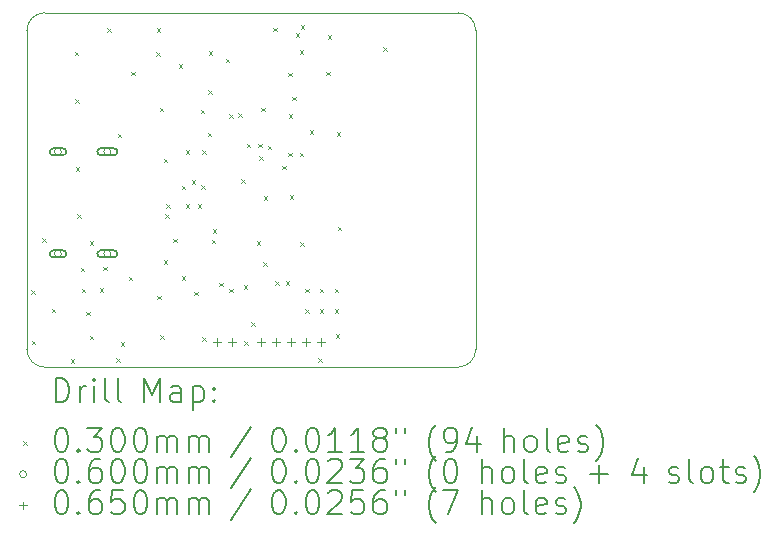
<source format=gbr>
%TF.GenerationSoftware,KiCad,Pcbnew,(7.0.0-0)*%
%TF.CreationDate,2023-03-07T12:57:03-05:00*%
%TF.ProjectId,Spatial Sense Module,53706174-6961-46c2-9053-656e7365204d,rev?*%
%TF.SameCoordinates,Original*%
%TF.FileFunction,Drillmap*%
%TF.FilePolarity,Positive*%
%FSLAX45Y45*%
G04 Gerber Fmt 4.5, Leading zero omitted, Abs format (unit mm)*
G04 Created by KiCad (PCBNEW (7.0.0-0)) date 2023-03-07 12:57:03*
%MOMM*%
%LPD*%
G01*
G04 APERTURE LIST*
%ADD10C,0.050000*%
%ADD11C,0.200000*%
%ADD12C,0.030000*%
%ADD13C,0.060000*%
%ADD14C,0.065000*%
G04 APERTURE END LIST*
D10*
X17850000Y-12250000D02*
X21350000Y-12250000D01*
X17850000Y-12250000D02*
G75*
G03*
X17700000Y-12400000I0J-150000D01*
G01*
X21350000Y-15250000D02*
X17850000Y-15250000D01*
X21500000Y-12400000D02*
X21500000Y-15100000D01*
X21500000Y-12400000D02*
G75*
G03*
X21350000Y-12250000I-150000J0D01*
G01*
X17700000Y-15100000D02*
X17700000Y-12400000D01*
X17700000Y-15100000D02*
G75*
G03*
X17850000Y-15250000I150000J0D01*
G01*
X21350000Y-15250000D02*
G75*
G03*
X21500000Y-15100000I0J150000D01*
G01*
D11*
D12*
X17735000Y-14600000D02*
X17765000Y-14630000D01*
X17765000Y-14600000D02*
X17735000Y-14630000D01*
X17740000Y-15025000D02*
X17770000Y-15055000D01*
X17770000Y-15025000D02*
X17740000Y-15055000D01*
X17830000Y-14160000D02*
X17860000Y-14190000D01*
X17860000Y-14160000D02*
X17830000Y-14190000D01*
X17910000Y-14755000D02*
X17940000Y-14785000D01*
X17940000Y-14755000D02*
X17910000Y-14785000D01*
X18070000Y-15185000D02*
X18100000Y-15215000D01*
X18100000Y-15185000D02*
X18070000Y-15215000D01*
X18105000Y-12580000D02*
X18135000Y-12610000D01*
X18135000Y-12580000D02*
X18105000Y-12610000D01*
X18110000Y-12980000D02*
X18140000Y-13010000D01*
X18140000Y-12980000D02*
X18110000Y-13010000D01*
X18115000Y-13560000D02*
X18145000Y-13590000D01*
X18145000Y-13560000D02*
X18115000Y-13590000D01*
X18125000Y-13955000D02*
X18155000Y-13985000D01*
X18155000Y-13955000D02*
X18125000Y-13985000D01*
X18155000Y-14410000D02*
X18185000Y-14440000D01*
X18185000Y-14410000D02*
X18155000Y-14440000D01*
X18165000Y-14587500D02*
X18195000Y-14617500D01*
X18195000Y-14587500D02*
X18165000Y-14617500D01*
X18200000Y-14780000D02*
X18230000Y-14810000D01*
X18230000Y-14780000D02*
X18200000Y-14810000D01*
X18230000Y-14185000D02*
X18260000Y-14215000D01*
X18260000Y-14185000D02*
X18230000Y-14215000D01*
X18230000Y-14985000D02*
X18260000Y-15015000D01*
X18260000Y-14985000D02*
X18230000Y-15015000D01*
X18315000Y-14582500D02*
X18345000Y-14612500D01*
X18345000Y-14582500D02*
X18315000Y-14612500D01*
X18345000Y-14400000D02*
X18375000Y-14430000D01*
X18375000Y-14400000D02*
X18345000Y-14430000D01*
X18380000Y-12380000D02*
X18410000Y-12410000D01*
X18410000Y-12380000D02*
X18380000Y-12410000D01*
X18455000Y-15175000D02*
X18485000Y-15205000D01*
X18485000Y-15175000D02*
X18455000Y-15205000D01*
X18470000Y-13275000D02*
X18500000Y-13305000D01*
X18500000Y-13275000D02*
X18470000Y-13305000D01*
X18492500Y-15037500D02*
X18522500Y-15067500D01*
X18522500Y-15037500D02*
X18492500Y-15067500D01*
X18560000Y-14485000D02*
X18590000Y-14515000D01*
X18590000Y-14485000D02*
X18560000Y-14515000D01*
X18585000Y-12750000D02*
X18615000Y-12780000D01*
X18615000Y-12750000D02*
X18585000Y-12780000D01*
X18795000Y-12585000D02*
X18825000Y-12615000D01*
X18825000Y-12585000D02*
X18795000Y-12615000D01*
X18800000Y-12380000D02*
X18830000Y-12410000D01*
X18830000Y-12380000D02*
X18800000Y-12410000D01*
X18805000Y-14645000D02*
X18835000Y-14675000D01*
X18835000Y-14645000D02*
X18805000Y-14675000D01*
X18825000Y-13055000D02*
X18855000Y-13085000D01*
X18855000Y-13055000D02*
X18825000Y-13085000D01*
X18830000Y-14982500D02*
X18860000Y-15012500D01*
X18860000Y-14982500D02*
X18830000Y-15012500D01*
X18860000Y-13485000D02*
X18890000Y-13515000D01*
X18890000Y-13485000D02*
X18860000Y-13515000D01*
X18860000Y-14345000D02*
X18890000Y-14375000D01*
X18890000Y-14345000D02*
X18860000Y-14375000D01*
X18870000Y-13955000D02*
X18900000Y-13985000D01*
X18900000Y-13955000D02*
X18870000Y-13985000D01*
X18880000Y-13870000D02*
X18910000Y-13900000D01*
X18910000Y-13870000D02*
X18880000Y-13900000D01*
X18940000Y-14162500D02*
X18970000Y-14192500D01*
X18970000Y-14162500D02*
X18940000Y-14192500D01*
X18985000Y-12685000D02*
X19015000Y-12715000D01*
X19015000Y-12685000D02*
X18985000Y-12715000D01*
X19010000Y-13715000D02*
X19040000Y-13745000D01*
X19040000Y-13715000D02*
X19010000Y-13745000D01*
X19010000Y-14480000D02*
X19040000Y-14510000D01*
X19040000Y-14480000D02*
X19010000Y-14510000D01*
X19045000Y-13415000D02*
X19075000Y-13445000D01*
X19075000Y-13415000D02*
X19045000Y-13445000D01*
X19045000Y-13870000D02*
X19075000Y-13900000D01*
X19075000Y-13870000D02*
X19045000Y-13900000D01*
X19095000Y-13670000D02*
X19125000Y-13700000D01*
X19125000Y-13670000D02*
X19095000Y-13700000D01*
X19115000Y-14610000D02*
X19145000Y-14640000D01*
X19145000Y-14610000D02*
X19115000Y-14640000D01*
X19145000Y-13870000D02*
X19175000Y-13900000D01*
X19175000Y-13870000D02*
X19145000Y-13900000D01*
X19172500Y-13072500D02*
X19202500Y-13102500D01*
X19202500Y-13072500D02*
X19172500Y-13102500D01*
X19175000Y-13710000D02*
X19205000Y-13740000D01*
X19205000Y-13710000D02*
X19175000Y-13740000D01*
X19185000Y-13415000D02*
X19215000Y-13445000D01*
X19215000Y-13415000D02*
X19185000Y-13445000D01*
X19185000Y-14995000D02*
X19215000Y-15025000D01*
X19215000Y-14995000D02*
X19185000Y-15025000D01*
X19230000Y-13265000D02*
X19260000Y-13295000D01*
X19260000Y-13265000D02*
X19230000Y-13295000D01*
X19235000Y-12905000D02*
X19265000Y-12935000D01*
X19265000Y-12905000D02*
X19235000Y-12935000D01*
X19240000Y-12575000D02*
X19270000Y-12605000D01*
X19270000Y-12575000D02*
X19240000Y-12605000D01*
X19266038Y-14172643D02*
X19296038Y-14202643D01*
X19296038Y-14172643D02*
X19266038Y-14202643D01*
X19272500Y-14082500D02*
X19302500Y-14112500D01*
X19302500Y-14082500D02*
X19272500Y-14112500D01*
X19330000Y-14535000D02*
X19360000Y-14565000D01*
X19360000Y-14535000D02*
X19330000Y-14565000D01*
X19385000Y-12640000D02*
X19415000Y-12670000D01*
X19415000Y-12640000D02*
X19385000Y-12670000D01*
X19415000Y-13110000D02*
X19445000Y-13140000D01*
X19445000Y-13110000D02*
X19415000Y-13140000D01*
X19415000Y-14585000D02*
X19445000Y-14615000D01*
X19445000Y-14585000D02*
X19415000Y-14615000D01*
X19490000Y-13100000D02*
X19520000Y-13130000D01*
X19520000Y-13100000D02*
X19490000Y-13130000D01*
X19515000Y-13660000D02*
X19545000Y-13690000D01*
X19545000Y-13660000D02*
X19515000Y-13690000D01*
X19535000Y-14555000D02*
X19565000Y-14585000D01*
X19565000Y-14555000D02*
X19535000Y-14585000D01*
X19538000Y-15033000D02*
X19568000Y-15063000D01*
X19568000Y-15033000D02*
X19538000Y-15063000D01*
X19560000Y-13360000D02*
X19590000Y-13390000D01*
X19590000Y-13360000D02*
X19560000Y-13390000D01*
X19600000Y-14870000D02*
X19630000Y-14900000D01*
X19630000Y-14870000D02*
X19600000Y-14900000D01*
X19645000Y-14185000D02*
X19675000Y-14215000D01*
X19675000Y-14185000D02*
X19645000Y-14215000D01*
X19660000Y-13360000D02*
X19690000Y-13390000D01*
X19690000Y-13360000D02*
X19660000Y-13390000D01*
X19665000Y-13465000D02*
X19695000Y-13495000D01*
X19695000Y-13465000D02*
X19665000Y-13495000D01*
X19682500Y-13055000D02*
X19712500Y-13085000D01*
X19712500Y-13055000D02*
X19682500Y-13085000D01*
X19700000Y-14360000D02*
X19730000Y-14390000D01*
X19730000Y-14360000D02*
X19700000Y-14390000D01*
X19705000Y-13805000D02*
X19735000Y-13835000D01*
X19735000Y-13805000D02*
X19705000Y-13835000D01*
X19738712Y-13375742D02*
X19768712Y-13405742D01*
X19768712Y-13375742D02*
X19738712Y-13405742D01*
X19785000Y-12375000D02*
X19815000Y-12405000D01*
X19815000Y-12375000D02*
X19785000Y-12405000D01*
X19800000Y-14525000D02*
X19830000Y-14555000D01*
X19830000Y-14525000D02*
X19800000Y-14555000D01*
X19860000Y-13545000D02*
X19890000Y-13575000D01*
X19890000Y-13545000D02*
X19860000Y-13575000D01*
X19890000Y-14525000D02*
X19920000Y-14555000D01*
X19920000Y-14525000D02*
X19890000Y-14555000D01*
X19910000Y-12757500D02*
X19940000Y-12787500D01*
X19940000Y-12757500D02*
X19910000Y-12787500D01*
X19910000Y-13435000D02*
X19940000Y-13465000D01*
X19940000Y-13435000D02*
X19910000Y-13465000D01*
X19915000Y-13107350D02*
X19945000Y-13137350D01*
X19945000Y-13107350D02*
X19915000Y-13137350D01*
X19925000Y-13795000D02*
X19955000Y-13825000D01*
X19955000Y-13795000D02*
X19925000Y-13825000D01*
X19947500Y-12962500D02*
X19977500Y-12992500D01*
X19977500Y-12962500D02*
X19947500Y-12992500D01*
X19975000Y-12425000D02*
X20005000Y-12455000D01*
X20005000Y-12425000D02*
X19975000Y-12455000D01*
X20010000Y-12565000D02*
X20040000Y-12595000D01*
X20040000Y-12565000D02*
X20010000Y-12595000D01*
X20010000Y-13435000D02*
X20040000Y-13465000D01*
X20040000Y-13435000D02*
X20010000Y-13465000D01*
X20015000Y-14195000D02*
X20045000Y-14225000D01*
X20045000Y-14195000D02*
X20015000Y-14225000D01*
X20020000Y-12355000D02*
X20050000Y-12385000D01*
X20050000Y-12355000D02*
X20020000Y-12385000D01*
X20055000Y-14585000D02*
X20085000Y-14615000D01*
X20085000Y-14585000D02*
X20055000Y-14615000D01*
X20055000Y-14760000D02*
X20085000Y-14790000D01*
X20085000Y-14760000D02*
X20055000Y-14790000D01*
X20095000Y-13242500D02*
X20125000Y-13272500D01*
X20125000Y-13242500D02*
X20095000Y-13272500D01*
X20165000Y-15175000D02*
X20195000Y-15205000D01*
X20195000Y-15175000D02*
X20165000Y-15205000D01*
X20180000Y-14585000D02*
X20210000Y-14615000D01*
X20210000Y-14585000D02*
X20180000Y-14615000D01*
X20180000Y-14760000D02*
X20210000Y-14790000D01*
X20210000Y-14760000D02*
X20180000Y-14790000D01*
X20235000Y-12750000D02*
X20265000Y-12780000D01*
X20265000Y-12750000D02*
X20235000Y-12780000D01*
X20245000Y-12440000D02*
X20275000Y-12470000D01*
X20275000Y-12440000D02*
X20245000Y-12470000D01*
X20305000Y-14585000D02*
X20335000Y-14615000D01*
X20335000Y-14585000D02*
X20305000Y-14615000D01*
X20305000Y-14760000D02*
X20335000Y-14790000D01*
X20335000Y-14760000D02*
X20305000Y-14790000D01*
X20315000Y-14970000D02*
X20345000Y-15000000D01*
X20345000Y-14970000D02*
X20315000Y-15000000D01*
X20321000Y-13260000D02*
X20351000Y-13290000D01*
X20351000Y-13260000D02*
X20321000Y-13290000D01*
X20332500Y-14060000D02*
X20362500Y-14090000D01*
X20362500Y-14060000D02*
X20332500Y-14090000D01*
X20715000Y-12540000D02*
X20745000Y-12570000D01*
X20745000Y-12540000D02*
X20715000Y-12570000D01*
D13*
X17992500Y-13427000D02*
G75*
G03*
X17992500Y-13427000I-30000J0D01*
G01*
D11*
X18002500Y-13397000D02*
X17922500Y-13397000D01*
X17922500Y-13397000D02*
G75*
G03*
X17922500Y-13457000I0J-30000D01*
G01*
X17922500Y-13457000D02*
X18002500Y-13457000D01*
X18002500Y-13457000D02*
G75*
G03*
X18002500Y-13397000I0J30000D01*
G01*
D13*
X17992500Y-14291000D02*
G75*
G03*
X17992500Y-14291000I-30000J0D01*
G01*
D11*
X18002500Y-14261000D02*
X17922500Y-14261000D01*
X17922500Y-14261000D02*
G75*
G03*
X17922500Y-14321000I0J-30000D01*
G01*
X17922500Y-14321000D02*
X18002500Y-14321000D01*
X18002500Y-14321000D02*
G75*
G03*
X18002500Y-14261000I0J30000D01*
G01*
D13*
X18410500Y-13427000D02*
G75*
G03*
X18410500Y-13427000I-30000J0D01*
G01*
D11*
X18435500Y-13397000D02*
X18325500Y-13397000D01*
X18325500Y-13397000D02*
G75*
G03*
X18325500Y-13457000I0J-30000D01*
G01*
X18325500Y-13457000D02*
X18435500Y-13457000D01*
X18435500Y-13457000D02*
G75*
G03*
X18435500Y-13397000I0J30000D01*
G01*
D13*
X18410500Y-14291000D02*
G75*
G03*
X18410500Y-14291000I-30000J0D01*
G01*
D11*
X18435500Y-14261000D02*
X18325500Y-14261000D01*
X18325500Y-14261000D02*
G75*
G03*
X18325500Y-14321000I0J-30000D01*
G01*
X18325500Y-14321000D02*
X18435500Y-14321000D01*
X18435500Y-14321000D02*
G75*
G03*
X18435500Y-14261000I0J30000D01*
G01*
D14*
X19310000Y-15007500D02*
X19310000Y-15072500D01*
X19277500Y-15040000D02*
X19342500Y-15040000D01*
X19437000Y-15007500D02*
X19437000Y-15072500D01*
X19404500Y-15040000D02*
X19469500Y-15040000D01*
X19680000Y-15007500D02*
X19680000Y-15072500D01*
X19647500Y-15040000D02*
X19712500Y-15040000D01*
X19807000Y-15007500D02*
X19807000Y-15072500D01*
X19774500Y-15040000D02*
X19839500Y-15040000D01*
X19934000Y-15007500D02*
X19934000Y-15072500D01*
X19901500Y-15040000D02*
X19966500Y-15040000D01*
X20061000Y-15007500D02*
X20061000Y-15072500D01*
X20028500Y-15040000D02*
X20093500Y-15040000D01*
X20188000Y-15007500D02*
X20188000Y-15072500D01*
X20155500Y-15040000D02*
X20220500Y-15040000D01*
D11*
X17945119Y-15545976D02*
X17945119Y-15345976D01*
X17945119Y-15345976D02*
X17992738Y-15345976D01*
X17992738Y-15345976D02*
X18021310Y-15355500D01*
X18021310Y-15355500D02*
X18040357Y-15374548D01*
X18040357Y-15374548D02*
X18049881Y-15393595D01*
X18049881Y-15393595D02*
X18059405Y-15431690D01*
X18059405Y-15431690D02*
X18059405Y-15460262D01*
X18059405Y-15460262D02*
X18049881Y-15498357D01*
X18049881Y-15498357D02*
X18040357Y-15517405D01*
X18040357Y-15517405D02*
X18021310Y-15536452D01*
X18021310Y-15536452D02*
X17992738Y-15545976D01*
X17992738Y-15545976D02*
X17945119Y-15545976D01*
X18145119Y-15545976D02*
X18145119Y-15412643D01*
X18145119Y-15450738D02*
X18154643Y-15431690D01*
X18154643Y-15431690D02*
X18164167Y-15422167D01*
X18164167Y-15422167D02*
X18183214Y-15412643D01*
X18183214Y-15412643D02*
X18202262Y-15412643D01*
X18268929Y-15545976D02*
X18268929Y-15412643D01*
X18268929Y-15345976D02*
X18259405Y-15355500D01*
X18259405Y-15355500D02*
X18268929Y-15365024D01*
X18268929Y-15365024D02*
X18278452Y-15355500D01*
X18278452Y-15355500D02*
X18268929Y-15345976D01*
X18268929Y-15345976D02*
X18268929Y-15365024D01*
X18392738Y-15545976D02*
X18373690Y-15536452D01*
X18373690Y-15536452D02*
X18364167Y-15517405D01*
X18364167Y-15517405D02*
X18364167Y-15345976D01*
X18497500Y-15545976D02*
X18478452Y-15536452D01*
X18478452Y-15536452D02*
X18468929Y-15517405D01*
X18468929Y-15517405D02*
X18468929Y-15345976D01*
X18693690Y-15545976D02*
X18693690Y-15345976D01*
X18693690Y-15345976D02*
X18760357Y-15488833D01*
X18760357Y-15488833D02*
X18827024Y-15345976D01*
X18827024Y-15345976D02*
X18827024Y-15545976D01*
X19007976Y-15545976D02*
X19007976Y-15441214D01*
X19007976Y-15441214D02*
X18998452Y-15422167D01*
X18998452Y-15422167D02*
X18979405Y-15412643D01*
X18979405Y-15412643D02*
X18941309Y-15412643D01*
X18941309Y-15412643D02*
X18922262Y-15422167D01*
X19007976Y-15536452D02*
X18988929Y-15545976D01*
X18988929Y-15545976D02*
X18941309Y-15545976D01*
X18941309Y-15545976D02*
X18922262Y-15536452D01*
X18922262Y-15536452D02*
X18912738Y-15517405D01*
X18912738Y-15517405D02*
X18912738Y-15498357D01*
X18912738Y-15498357D02*
X18922262Y-15479309D01*
X18922262Y-15479309D02*
X18941309Y-15469786D01*
X18941309Y-15469786D02*
X18988929Y-15469786D01*
X18988929Y-15469786D02*
X19007976Y-15460262D01*
X19103214Y-15412643D02*
X19103214Y-15612643D01*
X19103214Y-15422167D02*
X19122262Y-15412643D01*
X19122262Y-15412643D02*
X19160357Y-15412643D01*
X19160357Y-15412643D02*
X19179405Y-15422167D01*
X19179405Y-15422167D02*
X19188929Y-15431690D01*
X19188929Y-15431690D02*
X19198452Y-15450738D01*
X19198452Y-15450738D02*
X19198452Y-15507881D01*
X19198452Y-15507881D02*
X19188929Y-15526928D01*
X19188929Y-15526928D02*
X19179405Y-15536452D01*
X19179405Y-15536452D02*
X19160357Y-15545976D01*
X19160357Y-15545976D02*
X19122262Y-15545976D01*
X19122262Y-15545976D02*
X19103214Y-15536452D01*
X19284167Y-15526928D02*
X19293690Y-15536452D01*
X19293690Y-15536452D02*
X19284167Y-15545976D01*
X19284167Y-15545976D02*
X19274643Y-15536452D01*
X19274643Y-15536452D02*
X19284167Y-15526928D01*
X19284167Y-15526928D02*
X19284167Y-15545976D01*
X19284167Y-15422167D02*
X19293690Y-15431690D01*
X19293690Y-15431690D02*
X19284167Y-15441214D01*
X19284167Y-15441214D02*
X19274643Y-15431690D01*
X19274643Y-15431690D02*
X19284167Y-15422167D01*
X19284167Y-15422167D02*
X19284167Y-15441214D01*
D12*
X17667500Y-15877500D02*
X17697500Y-15907500D01*
X17697500Y-15877500D02*
X17667500Y-15907500D01*
D11*
X17983214Y-15765976D02*
X18002262Y-15765976D01*
X18002262Y-15765976D02*
X18021310Y-15775500D01*
X18021310Y-15775500D02*
X18030833Y-15785024D01*
X18030833Y-15785024D02*
X18040357Y-15804071D01*
X18040357Y-15804071D02*
X18049881Y-15842167D01*
X18049881Y-15842167D02*
X18049881Y-15889786D01*
X18049881Y-15889786D02*
X18040357Y-15927881D01*
X18040357Y-15927881D02*
X18030833Y-15946928D01*
X18030833Y-15946928D02*
X18021310Y-15956452D01*
X18021310Y-15956452D02*
X18002262Y-15965976D01*
X18002262Y-15965976D02*
X17983214Y-15965976D01*
X17983214Y-15965976D02*
X17964167Y-15956452D01*
X17964167Y-15956452D02*
X17954643Y-15946928D01*
X17954643Y-15946928D02*
X17945119Y-15927881D01*
X17945119Y-15927881D02*
X17935595Y-15889786D01*
X17935595Y-15889786D02*
X17935595Y-15842167D01*
X17935595Y-15842167D02*
X17945119Y-15804071D01*
X17945119Y-15804071D02*
X17954643Y-15785024D01*
X17954643Y-15785024D02*
X17964167Y-15775500D01*
X17964167Y-15775500D02*
X17983214Y-15765976D01*
X18135595Y-15946928D02*
X18145119Y-15956452D01*
X18145119Y-15956452D02*
X18135595Y-15965976D01*
X18135595Y-15965976D02*
X18126071Y-15956452D01*
X18126071Y-15956452D02*
X18135595Y-15946928D01*
X18135595Y-15946928D02*
X18135595Y-15965976D01*
X18211786Y-15765976D02*
X18335595Y-15765976D01*
X18335595Y-15765976D02*
X18268929Y-15842167D01*
X18268929Y-15842167D02*
X18297500Y-15842167D01*
X18297500Y-15842167D02*
X18316548Y-15851690D01*
X18316548Y-15851690D02*
X18326071Y-15861214D01*
X18326071Y-15861214D02*
X18335595Y-15880262D01*
X18335595Y-15880262D02*
X18335595Y-15927881D01*
X18335595Y-15927881D02*
X18326071Y-15946928D01*
X18326071Y-15946928D02*
X18316548Y-15956452D01*
X18316548Y-15956452D02*
X18297500Y-15965976D01*
X18297500Y-15965976D02*
X18240357Y-15965976D01*
X18240357Y-15965976D02*
X18221310Y-15956452D01*
X18221310Y-15956452D02*
X18211786Y-15946928D01*
X18459405Y-15765976D02*
X18478452Y-15765976D01*
X18478452Y-15765976D02*
X18497500Y-15775500D01*
X18497500Y-15775500D02*
X18507024Y-15785024D01*
X18507024Y-15785024D02*
X18516548Y-15804071D01*
X18516548Y-15804071D02*
X18526071Y-15842167D01*
X18526071Y-15842167D02*
X18526071Y-15889786D01*
X18526071Y-15889786D02*
X18516548Y-15927881D01*
X18516548Y-15927881D02*
X18507024Y-15946928D01*
X18507024Y-15946928D02*
X18497500Y-15956452D01*
X18497500Y-15956452D02*
X18478452Y-15965976D01*
X18478452Y-15965976D02*
X18459405Y-15965976D01*
X18459405Y-15965976D02*
X18440357Y-15956452D01*
X18440357Y-15956452D02*
X18430833Y-15946928D01*
X18430833Y-15946928D02*
X18421310Y-15927881D01*
X18421310Y-15927881D02*
X18411786Y-15889786D01*
X18411786Y-15889786D02*
X18411786Y-15842167D01*
X18411786Y-15842167D02*
X18421310Y-15804071D01*
X18421310Y-15804071D02*
X18430833Y-15785024D01*
X18430833Y-15785024D02*
X18440357Y-15775500D01*
X18440357Y-15775500D02*
X18459405Y-15765976D01*
X18649881Y-15765976D02*
X18668929Y-15765976D01*
X18668929Y-15765976D02*
X18687976Y-15775500D01*
X18687976Y-15775500D02*
X18697500Y-15785024D01*
X18697500Y-15785024D02*
X18707024Y-15804071D01*
X18707024Y-15804071D02*
X18716548Y-15842167D01*
X18716548Y-15842167D02*
X18716548Y-15889786D01*
X18716548Y-15889786D02*
X18707024Y-15927881D01*
X18707024Y-15927881D02*
X18697500Y-15946928D01*
X18697500Y-15946928D02*
X18687976Y-15956452D01*
X18687976Y-15956452D02*
X18668929Y-15965976D01*
X18668929Y-15965976D02*
X18649881Y-15965976D01*
X18649881Y-15965976D02*
X18630833Y-15956452D01*
X18630833Y-15956452D02*
X18621310Y-15946928D01*
X18621310Y-15946928D02*
X18611786Y-15927881D01*
X18611786Y-15927881D02*
X18602262Y-15889786D01*
X18602262Y-15889786D02*
X18602262Y-15842167D01*
X18602262Y-15842167D02*
X18611786Y-15804071D01*
X18611786Y-15804071D02*
X18621310Y-15785024D01*
X18621310Y-15785024D02*
X18630833Y-15775500D01*
X18630833Y-15775500D02*
X18649881Y-15765976D01*
X18802262Y-15965976D02*
X18802262Y-15832643D01*
X18802262Y-15851690D02*
X18811786Y-15842167D01*
X18811786Y-15842167D02*
X18830833Y-15832643D01*
X18830833Y-15832643D02*
X18859405Y-15832643D01*
X18859405Y-15832643D02*
X18878452Y-15842167D01*
X18878452Y-15842167D02*
X18887976Y-15861214D01*
X18887976Y-15861214D02*
X18887976Y-15965976D01*
X18887976Y-15861214D02*
X18897500Y-15842167D01*
X18897500Y-15842167D02*
X18916548Y-15832643D01*
X18916548Y-15832643D02*
X18945119Y-15832643D01*
X18945119Y-15832643D02*
X18964167Y-15842167D01*
X18964167Y-15842167D02*
X18973691Y-15861214D01*
X18973691Y-15861214D02*
X18973691Y-15965976D01*
X19068929Y-15965976D02*
X19068929Y-15832643D01*
X19068929Y-15851690D02*
X19078452Y-15842167D01*
X19078452Y-15842167D02*
X19097500Y-15832643D01*
X19097500Y-15832643D02*
X19126072Y-15832643D01*
X19126072Y-15832643D02*
X19145119Y-15842167D01*
X19145119Y-15842167D02*
X19154643Y-15861214D01*
X19154643Y-15861214D02*
X19154643Y-15965976D01*
X19154643Y-15861214D02*
X19164167Y-15842167D01*
X19164167Y-15842167D02*
X19183214Y-15832643D01*
X19183214Y-15832643D02*
X19211786Y-15832643D01*
X19211786Y-15832643D02*
X19230833Y-15842167D01*
X19230833Y-15842167D02*
X19240357Y-15861214D01*
X19240357Y-15861214D02*
X19240357Y-15965976D01*
X19598452Y-15756452D02*
X19427024Y-16013595D01*
X19823214Y-15765976D02*
X19842262Y-15765976D01*
X19842262Y-15765976D02*
X19861310Y-15775500D01*
X19861310Y-15775500D02*
X19870833Y-15785024D01*
X19870833Y-15785024D02*
X19880357Y-15804071D01*
X19880357Y-15804071D02*
X19889881Y-15842167D01*
X19889881Y-15842167D02*
X19889881Y-15889786D01*
X19889881Y-15889786D02*
X19880357Y-15927881D01*
X19880357Y-15927881D02*
X19870833Y-15946928D01*
X19870833Y-15946928D02*
X19861310Y-15956452D01*
X19861310Y-15956452D02*
X19842262Y-15965976D01*
X19842262Y-15965976D02*
X19823214Y-15965976D01*
X19823214Y-15965976D02*
X19804167Y-15956452D01*
X19804167Y-15956452D02*
X19794643Y-15946928D01*
X19794643Y-15946928D02*
X19785119Y-15927881D01*
X19785119Y-15927881D02*
X19775595Y-15889786D01*
X19775595Y-15889786D02*
X19775595Y-15842167D01*
X19775595Y-15842167D02*
X19785119Y-15804071D01*
X19785119Y-15804071D02*
X19794643Y-15785024D01*
X19794643Y-15785024D02*
X19804167Y-15775500D01*
X19804167Y-15775500D02*
X19823214Y-15765976D01*
X19975595Y-15946928D02*
X19985119Y-15956452D01*
X19985119Y-15956452D02*
X19975595Y-15965976D01*
X19975595Y-15965976D02*
X19966072Y-15956452D01*
X19966072Y-15956452D02*
X19975595Y-15946928D01*
X19975595Y-15946928D02*
X19975595Y-15965976D01*
X20108929Y-15765976D02*
X20127976Y-15765976D01*
X20127976Y-15765976D02*
X20147024Y-15775500D01*
X20147024Y-15775500D02*
X20156548Y-15785024D01*
X20156548Y-15785024D02*
X20166072Y-15804071D01*
X20166072Y-15804071D02*
X20175595Y-15842167D01*
X20175595Y-15842167D02*
X20175595Y-15889786D01*
X20175595Y-15889786D02*
X20166072Y-15927881D01*
X20166072Y-15927881D02*
X20156548Y-15946928D01*
X20156548Y-15946928D02*
X20147024Y-15956452D01*
X20147024Y-15956452D02*
X20127976Y-15965976D01*
X20127976Y-15965976D02*
X20108929Y-15965976D01*
X20108929Y-15965976D02*
X20089881Y-15956452D01*
X20089881Y-15956452D02*
X20080357Y-15946928D01*
X20080357Y-15946928D02*
X20070833Y-15927881D01*
X20070833Y-15927881D02*
X20061310Y-15889786D01*
X20061310Y-15889786D02*
X20061310Y-15842167D01*
X20061310Y-15842167D02*
X20070833Y-15804071D01*
X20070833Y-15804071D02*
X20080357Y-15785024D01*
X20080357Y-15785024D02*
X20089881Y-15775500D01*
X20089881Y-15775500D02*
X20108929Y-15765976D01*
X20366072Y-15965976D02*
X20251786Y-15965976D01*
X20308929Y-15965976D02*
X20308929Y-15765976D01*
X20308929Y-15765976D02*
X20289881Y-15794548D01*
X20289881Y-15794548D02*
X20270833Y-15813595D01*
X20270833Y-15813595D02*
X20251786Y-15823119D01*
X20556548Y-15965976D02*
X20442262Y-15965976D01*
X20499405Y-15965976D02*
X20499405Y-15765976D01*
X20499405Y-15765976D02*
X20480357Y-15794548D01*
X20480357Y-15794548D02*
X20461310Y-15813595D01*
X20461310Y-15813595D02*
X20442262Y-15823119D01*
X20670833Y-15851690D02*
X20651786Y-15842167D01*
X20651786Y-15842167D02*
X20642262Y-15832643D01*
X20642262Y-15832643D02*
X20632738Y-15813595D01*
X20632738Y-15813595D02*
X20632738Y-15804071D01*
X20632738Y-15804071D02*
X20642262Y-15785024D01*
X20642262Y-15785024D02*
X20651786Y-15775500D01*
X20651786Y-15775500D02*
X20670833Y-15765976D01*
X20670833Y-15765976D02*
X20708929Y-15765976D01*
X20708929Y-15765976D02*
X20727976Y-15775500D01*
X20727976Y-15775500D02*
X20737500Y-15785024D01*
X20737500Y-15785024D02*
X20747024Y-15804071D01*
X20747024Y-15804071D02*
X20747024Y-15813595D01*
X20747024Y-15813595D02*
X20737500Y-15832643D01*
X20737500Y-15832643D02*
X20727976Y-15842167D01*
X20727976Y-15842167D02*
X20708929Y-15851690D01*
X20708929Y-15851690D02*
X20670833Y-15851690D01*
X20670833Y-15851690D02*
X20651786Y-15861214D01*
X20651786Y-15861214D02*
X20642262Y-15870738D01*
X20642262Y-15870738D02*
X20632738Y-15889786D01*
X20632738Y-15889786D02*
X20632738Y-15927881D01*
X20632738Y-15927881D02*
X20642262Y-15946928D01*
X20642262Y-15946928D02*
X20651786Y-15956452D01*
X20651786Y-15956452D02*
X20670833Y-15965976D01*
X20670833Y-15965976D02*
X20708929Y-15965976D01*
X20708929Y-15965976D02*
X20727976Y-15956452D01*
X20727976Y-15956452D02*
X20737500Y-15946928D01*
X20737500Y-15946928D02*
X20747024Y-15927881D01*
X20747024Y-15927881D02*
X20747024Y-15889786D01*
X20747024Y-15889786D02*
X20737500Y-15870738D01*
X20737500Y-15870738D02*
X20727976Y-15861214D01*
X20727976Y-15861214D02*
X20708929Y-15851690D01*
X20823214Y-15765976D02*
X20823214Y-15804071D01*
X20899405Y-15765976D02*
X20899405Y-15804071D01*
X21162262Y-16042167D02*
X21152738Y-16032643D01*
X21152738Y-16032643D02*
X21133691Y-16004071D01*
X21133691Y-16004071D02*
X21124167Y-15985024D01*
X21124167Y-15985024D02*
X21114643Y-15956452D01*
X21114643Y-15956452D02*
X21105119Y-15908833D01*
X21105119Y-15908833D02*
X21105119Y-15870738D01*
X21105119Y-15870738D02*
X21114643Y-15823119D01*
X21114643Y-15823119D02*
X21124167Y-15794548D01*
X21124167Y-15794548D02*
X21133691Y-15775500D01*
X21133691Y-15775500D02*
X21152738Y-15746928D01*
X21152738Y-15746928D02*
X21162262Y-15737405D01*
X21247976Y-15965976D02*
X21286072Y-15965976D01*
X21286072Y-15965976D02*
X21305119Y-15956452D01*
X21305119Y-15956452D02*
X21314643Y-15946928D01*
X21314643Y-15946928D02*
X21333691Y-15918357D01*
X21333691Y-15918357D02*
X21343214Y-15880262D01*
X21343214Y-15880262D02*
X21343214Y-15804071D01*
X21343214Y-15804071D02*
X21333691Y-15785024D01*
X21333691Y-15785024D02*
X21324167Y-15775500D01*
X21324167Y-15775500D02*
X21305119Y-15765976D01*
X21305119Y-15765976D02*
X21267024Y-15765976D01*
X21267024Y-15765976D02*
X21247976Y-15775500D01*
X21247976Y-15775500D02*
X21238453Y-15785024D01*
X21238453Y-15785024D02*
X21228929Y-15804071D01*
X21228929Y-15804071D02*
X21228929Y-15851690D01*
X21228929Y-15851690D02*
X21238453Y-15870738D01*
X21238453Y-15870738D02*
X21247976Y-15880262D01*
X21247976Y-15880262D02*
X21267024Y-15889786D01*
X21267024Y-15889786D02*
X21305119Y-15889786D01*
X21305119Y-15889786D02*
X21324167Y-15880262D01*
X21324167Y-15880262D02*
X21333691Y-15870738D01*
X21333691Y-15870738D02*
X21343214Y-15851690D01*
X21514643Y-15832643D02*
X21514643Y-15965976D01*
X21467024Y-15756452D02*
X21419405Y-15899309D01*
X21419405Y-15899309D02*
X21543214Y-15899309D01*
X21739405Y-15965976D02*
X21739405Y-15765976D01*
X21825119Y-15965976D02*
X21825119Y-15861214D01*
X21825119Y-15861214D02*
X21815595Y-15842167D01*
X21815595Y-15842167D02*
X21796548Y-15832643D01*
X21796548Y-15832643D02*
X21767976Y-15832643D01*
X21767976Y-15832643D02*
X21748929Y-15842167D01*
X21748929Y-15842167D02*
X21739405Y-15851690D01*
X21948929Y-15965976D02*
X21929881Y-15956452D01*
X21929881Y-15956452D02*
X21920357Y-15946928D01*
X21920357Y-15946928D02*
X21910834Y-15927881D01*
X21910834Y-15927881D02*
X21910834Y-15870738D01*
X21910834Y-15870738D02*
X21920357Y-15851690D01*
X21920357Y-15851690D02*
X21929881Y-15842167D01*
X21929881Y-15842167D02*
X21948929Y-15832643D01*
X21948929Y-15832643D02*
X21977500Y-15832643D01*
X21977500Y-15832643D02*
X21996548Y-15842167D01*
X21996548Y-15842167D02*
X22006072Y-15851690D01*
X22006072Y-15851690D02*
X22015595Y-15870738D01*
X22015595Y-15870738D02*
X22015595Y-15927881D01*
X22015595Y-15927881D02*
X22006072Y-15946928D01*
X22006072Y-15946928D02*
X21996548Y-15956452D01*
X21996548Y-15956452D02*
X21977500Y-15965976D01*
X21977500Y-15965976D02*
X21948929Y-15965976D01*
X22129881Y-15965976D02*
X22110834Y-15956452D01*
X22110834Y-15956452D02*
X22101310Y-15937405D01*
X22101310Y-15937405D02*
X22101310Y-15765976D01*
X22282262Y-15956452D02*
X22263215Y-15965976D01*
X22263215Y-15965976D02*
X22225119Y-15965976D01*
X22225119Y-15965976D02*
X22206072Y-15956452D01*
X22206072Y-15956452D02*
X22196548Y-15937405D01*
X22196548Y-15937405D02*
X22196548Y-15861214D01*
X22196548Y-15861214D02*
X22206072Y-15842167D01*
X22206072Y-15842167D02*
X22225119Y-15832643D01*
X22225119Y-15832643D02*
X22263215Y-15832643D01*
X22263215Y-15832643D02*
X22282262Y-15842167D01*
X22282262Y-15842167D02*
X22291786Y-15861214D01*
X22291786Y-15861214D02*
X22291786Y-15880262D01*
X22291786Y-15880262D02*
X22196548Y-15899309D01*
X22367976Y-15956452D02*
X22387024Y-15965976D01*
X22387024Y-15965976D02*
X22425119Y-15965976D01*
X22425119Y-15965976D02*
X22444167Y-15956452D01*
X22444167Y-15956452D02*
X22453691Y-15937405D01*
X22453691Y-15937405D02*
X22453691Y-15927881D01*
X22453691Y-15927881D02*
X22444167Y-15908833D01*
X22444167Y-15908833D02*
X22425119Y-15899309D01*
X22425119Y-15899309D02*
X22396548Y-15899309D01*
X22396548Y-15899309D02*
X22377500Y-15889786D01*
X22377500Y-15889786D02*
X22367976Y-15870738D01*
X22367976Y-15870738D02*
X22367976Y-15861214D01*
X22367976Y-15861214D02*
X22377500Y-15842167D01*
X22377500Y-15842167D02*
X22396548Y-15832643D01*
X22396548Y-15832643D02*
X22425119Y-15832643D01*
X22425119Y-15832643D02*
X22444167Y-15842167D01*
X22520357Y-16042167D02*
X22529881Y-16032643D01*
X22529881Y-16032643D02*
X22548929Y-16004071D01*
X22548929Y-16004071D02*
X22558453Y-15985024D01*
X22558453Y-15985024D02*
X22567976Y-15956452D01*
X22567976Y-15956452D02*
X22577500Y-15908833D01*
X22577500Y-15908833D02*
X22577500Y-15870738D01*
X22577500Y-15870738D02*
X22567976Y-15823119D01*
X22567976Y-15823119D02*
X22558453Y-15794548D01*
X22558453Y-15794548D02*
X22548929Y-15775500D01*
X22548929Y-15775500D02*
X22529881Y-15746928D01*
X22529881Y-15746928D02*
X22520357Y-15737405D01*
D13*
X17697500Y-16156500D02*
G75*
G03*
X17697500Y-16156500I-30000J0D01*
G01*
D11*
X17983214Y-16029976D02*
X18002262Y-16029976D01*
X18002262Y-16029976D02*
X18021310Y-16039500D01*
X18021310Y-16039500D02*
X18030833Y-16049024D01*
X18030833Y-16049024D02*
X18040357Y-16068071D01*
X18040357Y-16068071D02*
X18049881Y-16106167D01*
X18049881Y-16106167D02*
X18049881Y-16153786D01*
X18049881Y-16153786D02*
X18040357Y-16191881D01*
X18040357Y-16191881D02*
X18030833Y-16210928D01*
X18030833Y-16210928D02*
X18021310Y-16220452D01*
X18021310Y-16220452D02*
X18002262Y-16229976D01*
X18002262Y-16229976D02*
X17983214Y-16229976D01*
X17983214Y-16229976D02*
X17964167Y-16220452D01*
X17964167Y-16220452D02*
X17954643Y-16210928D01*
X17954643Y-16210928D02*
X17945119Y-16191881D01*
X17945119Y-16191881D02*
X17935595Y-16153786D01*
X17935595Y-16153786D02*
X17935595Y-16106167D01*
X17935595Y-16106167D02*
X17945119Y-16068071D01*
X17945119Y-16068071D02*
X17954643Y-16049024D01*
X17954643Y-16049024D02*
X17964167Y-16039500D01*
X17964167Y-16039500D02*
X17983214Y-16029976D01*
X18135595Y-16210928D02*
X18145119Y-16220452D01*
X18145119Y-16220452D02*
X18135595Y-16229976D01*
X18135595Y-16229976D02*
X18126071Y-16220452D01*
X18126071Y-16220452D02*
X18135595Y-16210928D01*
X18135595Y-16210928D02*
X18135595Y-16229976D01*
X18316548Y-16029976D02*
X18278452Y-16029976D01*
X18278452Y-16029976D02*
X18259405Y-16039500D01*
X18259405Y-16039500D02*
X18249881Y-16049024D01*
X18249881Y-16049024D02*
X18230833Y-16077595D01*
X18230833Y-16077595D02*
X18221310Y-16115690D01*
X18221310Y-16115690D02*
X18221310Y-16191881D01*
X18221310Y-16191881D02*
X18230833Y-16210928D01*
X18230833Y-16210928D02*
X18240357Y-16220452D01*
X18240357Y-16220452D02*
X18259405Y-16229976D01*
X18259405Y-16229976D02*
X18297500Y-16229976D01*
X18297500Y-16229976D02*
X18316548Y-16220452D01*
X18316548Y-16220452D02*
X18326071Y-16210928D01*
X18326071Y-16210928D02*
X18335595Y-16191881D01*
X18335595Y-16191881D02*
X18335595Y-16144262D01*
X18335595Y-16144262D02*
X18326071Y-16125214D01*
X18326071Y-16125214D02*
X18316548Y-16115690D01*
X18316548Y-16115690D02*
X18297500Y-16106167D01*
X18297500Y-16106167D02*
X18259405Y-16106167D01*
X18259405Y-16106167D02*
X18240357Y-16115690D01*
X18240357Y-16115690D02*
X18230833Y-16125214D01*
X18230833Y-16125214D02*
X18221310Y-16144262D01*
X18459405Y-16029976D02*
X18478452Y-16029976D01*
X18478452Y-16029976D02*
X18497500Y-16039500D01*
X18497500Y-16039500D02*
X18507024Y-16049024D01*
X18507024Y-16049024D02*
X18516548Y-16068071D01*
X18516548Y-16068071D02*
X18526071Y-16106167D01*
X18526071Y-16106167D02*
X18526071Y-16153786D01*
X18526071Y-16153786D02*
X18516548Y-16191881D01*
X18516548Y-16191881D02*
X18507024Y-16210928D01*
X18507024Y-16210928D02*
X18497500Y-16220452D01*
X18497500Y-16220452D02*
X18478452Y-16229976D01*
X18478452Y-16229976D02*
X18459405Y-16229976D01*
X18459405Y-16229976D02*
X18440357Y-16220452D01*
X18440357Y-16220452D02*
X18430833Y-16210928D01*
X18430833Y-16210928D02*
X18421310Y-16191881D01*
X18421310Y-16191881D02*
X18411786Y-16153786D01*
X18411786Y-16153786D02*
X18411786Y-16106167D01*
X18411786Y-16106167D02*
X18421310Y-16068071D01*
X18421310Y-16068071D02*
X18430833Y-16049024D01*
X18430833Y-16049024D02*
X18440357Y-16039500D01*
X18440357Y-16039500D02*
X18459405Y-16029976D01*
X18649881Y-16029976D02*
X18668929Y-16029976D01*
X18668929Y-16029976D02*
X18687976Y-16039500D01*
X18687976Y-16039500D02*
X18697500Y-16049024D01*
X18697500Y-16049024D02*
X18707024Y-16068071D01*
X18707024Y-16068071D02*
X18716548Y-16106167D01*
X18716548Y-16106167D02*
X18716548Y-16153786D01*
X18716548Y-16153786D02*
X18707024Y-16191881D01*
X18707024Y-16191881D02*
X18697500Y-16210928D01*
X18697500Y-16210928D02*
X18687976Y-16220452D01*
X18687976Y-16220452D02*
X18668929Y-16229976D01*
X18668929Y-16229976D02*
X18649881Y-16229976D01*
X18649881Y-16229976D02*
X18630833Y-16220452D01*
X18630833Y-16220452D02*
X18621310Y-16210928D01*
X18621310Y-16210928D02*
X18611786Y-16191881D01*
X18611786Y-16191881D02*
X18602262Y-16153786D01*
X18602262Y-16153786D02*
X18602262Y-16106167D01*
X18602262Y-16106167D02*
X18611786Y-16068071D01*
X18611786Y-16068071D02*
X18621310Y-16049024D01*
X18621310Y-16049024D02*
X18630833Y-16039500D01*
X18630833Y-16039500D02*
X18649881Y-16029976D01*
X18802262Y-16229976D02*
X18802262Y-16096643D01*
X18802262Y-16115690D02*
X18811786Y-16106167D01*
X18811786Y-16106167D02*
X18830833Y-16096643D01*
X18830833Y-16096643D02*
X18859405Y-16096643D01*
X18859405Y-16096643D02*
X18878452Y-16106167D01*
X18878452Y-16106167D02*
X18887976Y-16125214D01*
X18887976Y-16125214D02*
X18887976Y-16229976D01*
X18887976Y-16125214D02*
X18897500Y-16106167D01*
X18897500Y-16106167D02*
X18916548Y-16096643D01*
X18916548Y-16096643D02*
X18945119Y-16096643D01*
X18945119Y-16096643D02*
X18964167Y-16106167D01*
X18964167Y-16106167D02*
X18973691Y-16125214D01*
X18973691Y-16125214D02*
X18973691Y-16229976D01*
X19068929Y-16229976D02*
X19068929Y-16096643D01*
X19068929Y-16115690D02*
X19078452Y-16106167D01*
X19078452Y-16106167D02*
X19097500Y-16096643D01*
X19097500Y-16096643D02*
X19126072Y-16096643D01*
X19126072Y-16096643D02*
X19145119Y-16106167D01*
X19145119Y-16106167D02*
X19154643Y-16125214D01*
X19154643Y-16125214D02*
X19154643Y-16229976D01*
X19154643Y-16125214D02*
X19164167Y-16106167D01*
X19164167Y-16106167D02*
X19183214Y-16096643D01*
X19183214Y-16096643D02*
X19211786Y-16096643D01*
X19211786Y-16096643D02*
X19230833Y-16106167D01*
X19230833Y-16106167D02*
X19240357Y-16125214D01*
X19240357Y-16125214D02*
X19240357Y-16229976D01*
X19598452Y-16020452D02*
X19427024Y-16277595D01*
X19823214Y-16029976D02*
X19842262Y-16029976D01*
X19842262Y-16029976D02*
X19861310Y-16039500D01*
X19861310Y-16039500D02*
X19870833Y-16049024D01*
X19870833Y-16049024D02*
X19880357Y-16068071D01*
X19880357Y-16068071D02*
X19889881Y-16106167D01*
X19889881Y-16106167D02*
X19889881Y-16153786D01*
X19889881Y-16153786D02*
X19880357Y-16191881D01*
X19880357Y-16191881D02*
X19870833Y-16210928D01*
X19870833Y-16210928D02*
X19861310Y-16220452D01*
X19861310Y-16220452D02*
X19842262Y-16229976D01*
X19842262Y-16229976D02*
X19823214Y-16229976D01*
X19823214Y-16229976D02*
X19804167Y-16220452D01*
X19804167Y-16220452D02*
X19794643Y-16210928D01*
X19794643Y-16210928D02*
X19785119Y-16191881D01*
X19785119Y-16191881D02*
X19775595Y-16153786D01*
X19775595Y-16153786D02*
X19775595Y-16106167D01*
X19775595Y-16106167D02*
X19785119Y-16068071D01*
X19785119Y-16068071D02*
X19794643Y-16049024D01*
X19794643Y-16049024D02*
X19804167Y-16039500D01*
X19804167Y-16039500D02*
X19823214Y-16029976D01*
X19975595Y-16210928D02*
X19985119Y-16220452D01*
X19985119Y-16220452D02*
X19975595Y-16229976D01*
X19975595Y-16229976D02*
X19966072Y-16220452D01*
X19966072Y-16220452D02*
X19975595Y-16210928D01*
X19975595Y-16210928D02*
X19975595Y-16229976D01*
X20108929Y-16029976D02*
X20127976Y-16029976D01*
X20127976Y-16029976D02*
X20147024Y-16039500D01*
X20147024Y-16039500D02*
X20156548Y-16049024D01*
X20156548Y-16049024D02*
X20166072Y-16068071D01*
X20166072Y-16068071D02*
X20175595Y-16106167D01*
X20175595Y-16106167D02*
X20175595Y-16153786D01*
X20175595Y-16153786D02*
X20166072Y-16191881D01*
X20166072Y-16191881D02*
X20156548Y-16210928D01*
X20156548Y-16210928D02*
X20147024Y-16220452D01*
X20147024Y-16220452D02*
X20127976Y-16229976D01*
X20127976Y-16229976D02*
X20108929Y-16229976D01*
X20108929Y-16229976D02*
X20089881Y-16220452D01*
X20089881Y-16220452D02*
X20080357Y-16210928D01*
X20080357Y-16210928D02*
X20070833Y-16191881D01*
X20070833Y-16191881D02*
X20061310Y-16153786D01*
X20061310Y-16153786D02*
X20061310Y-16106167D01*
X20061310Y-16106167D02*
X20070833Y-16068071D01*
X20070833Y-16068071D02*
X20080357Y-16049024D01*
X20080357Y-16049024D02*
X20089881Y-16039500D01*
X20089881Y-16039500D02*
X20108929Y-16029976D01*
X20251786Y-16049024D02*
X20261310Y-16039500D01*
X20261310Y-16039500D02*
X20280357Y-16029976D01*
X20280357Y-16029976D02*
X20327976Y-16029976D01*
X20327976Y-16029976D02*
X20347024Y-16039500D01*
X20347024Y-16039500D02*
X20356548Y-16049024D01*
X20356548Y-16049024D02*
X20366072Y-16068071D01*
X20366072Y-16068071D02*
X20366072Y-16087119D01*
X20366072Y-16087119D02*
X20356548Y-16115690D01*
X20356548Y-16115690D02*
X20242262Y-16229976D01*
X20242262Y-16229976D02*
X20366072Y-16229976D01*
X20432738Y-16029976D02*
X20556548Y-16029976D01*
X20556548Y-16029976D02*
X20489881Y-16106167D01*
X20489881Y-16106167D02*
X20518453Y-16106167D01*
X20518453Y-16106167D02*
X20537500Y-16115690D01*
X20537500Y-16115690D02*
X20547024Y-16125214D01*
X20547024Y-16125214D02*
X20556548Y-16144262D01*
X20556548Y-16144262D02*
X20556548Y-16191881D01*
X20556548Y-16191881D02*
X20547024Y-16210928D01*
X20547024Y-16210928D02*
X20537500Y-16220452D01*
X20537500Y-16220452D02*
X20518453Y-16229976D01*
X20518453Y-16229976D02*
X20461310Y-16229976D01*
X20461310Y-16229976D02*
X20442262Y-16220452D01*
X20442262Y-16220452D02*
X20432738Y-16210928D01*
X20727976Y-16029976D02*
X20689881Y-16029976D01*
X20689881Y-16029976D02*
X20670833Y-16039500D01*
X20670833Y-16039500D02*
X20661310Y-16049024D01*
X20661310Y-16049024D02*
X20642262Y-16077595D01*
X20642262Y-16077595D02*
X20632738Y-16115690D01*
X20632738Y-16115690D02*
X20632738Y-16191881D01*
X20632738Y-16191881D02*
X20642262Y-16210928D01*
X20642262Y-16210928D02*
X20651786Y-16220452D01*
X20651786Y-16220452D02*
X20670833Y-16229976D01*
X20670833Y-16229976D02*
X20708929Y-16229976D01*
X20708929Y-16229976D02*
X20727976Y-16220452D01*
X20727976Y-16220452D02*
X20737500Y-16210928D01*
X20737500Y-16210928D02*
X20747024Y-16191881D01*
X20747024Y-16191881D02*
X20747024Y-16144262D01*
X20747024Y-16144262D02*
X20737500Y-16125214D01*
X20737500Y-16125214D02*
X20727976Y-16115690D01*
X20727976Y-16115690D02*
X20708929Y-16106167D01*
X20708929Y-16106167D02*
X20670833Y-16106167D01*
X20670833Y-16106167D02*
X20651786Y-16115690D01*
X20651786Y-16115690D02*
X20642262Y-16125214D01*
X20642262Y-16125214D02*
X20632738Y-16144262D01*
X20823214Y-16029976D02*
X20823214Y-16068071D01*
X20899405Y-16029976D02*
X20899405Y-16068071D01*
X21162262Y-16306167D02*
X21152738Y-16296643D01*
X21152738Y-16296643D02*
X21133691Y-16268071D01*
X21133691Y-16268071D02*
X21124167Y-16249024D01*
X21124167Y-16249024D02*
X21114643Y-16220452D01*
X21114643Y-16220452D02*
X21105119Y-16172833D01*
X21105119Y-16172833D02*
X21105119Y-16134738D01*
X21105119Y-16134738D02*
X21114643Y-16087119D01*
X21114643Y-16087119D02*
X21124167Y-16058548D01*
X21124167Y-16058548D02*
X21133691Y-16039500D01*
X21133691Y-16039500D02*
X21152738Y-16010928D01*
X21152738Y-16010928D02*
X21162262Y-16001405D01*
X21276548Y-16029976D02*
X21295595Y-16029976D01*
X21295595Y-16029976D02*
X21314643Y-16039500D01*
X21314643Y-16039500D02*
X21324167Y-16049024D01*
X21324167Y-16049024D02*
X21333691Y-16068071D01*
X21333691Y-16068071D02*
X21343214Y-16106167D01*
X21343214Y-16106167D02*
X21343214Y-16153786D01*
X21343214Y-16153786D02*
X21333691Y-16191881D01*
X21333691Y-16191881D02*
X21324167Y-16210928D01*
X21324167Y-16210928D02*
X21314643Y-16220452D01*
X21314643Y-16220452D02*
X21295595Y-16229976D01*
X21295595Y-16229976D02*
X21276548Y-16229976D01*
X21276548Y-16229976D02*
X21257500Y-16220452D01*
X21257500Y-16220452D02*
X21247976Y-16210928D01*
X21247976Y-16210928D02*
X21238453Y-16191881D01*
X21238453Y-16191881D02*
X21228929Y-16153786D01*
X21228929Y-16153786D02*
X21228929Y-16106167D01*
X21228929Y-16106167D02*
X21238453Y-16068071D01*
X21238453Y-16068071D02*
X21247976Y-16049024D01*
X21247976Y-16049024D02*
X21257500Y-16039500D01*
X21257500Y-16039500D02*
X21276548Y-16029976D01*
X21548929Y-16229976D02*
X21548929Y-16029976D01*
X21634643Y-16229976D02*
X21634643Y-16125214D01*
X21634643Y-16125214D02*
X21625119Y-16106167D01*
X21625119Y-16106167D02*
X21606072Y-16096643D01*
X21606072Y-16096643D02*
X21577500Y-16096643D01*
X21577500Y-16096643D02*
X21558453Y-16106167D01*
X21558453Y-16106167D02*
X21548929Y-16115690D01*
X21758453Y-16229976D02*
X21739405Y-16220452D01*
X21739405Y-16220452D02*
X21729881Y-16210928D01*
X21729881Y-16210928D02*
X21720357Y-16191881D01*
X21720357Y-16191881D02*
X21720357Y-16134738D01*
X21720357Y-16134738D02*
X21729881Y-16115690D01*
X21729881Y-16115690D02*
X21739405Y-16106167D01*
X21739405Y-16106167D02*
X21758453Y-16096643D01*
X21758453Y-16096643D02*
X21787024Y-16096643D01*
X21787024Y-16096643D02*
X21806072Y-16106167D01*
X21806072Y-16106167D02*
X21815595Y-16115690D01*
X21815595Y-16115690D02*
X21825119Y-16134738D01*
X21825119Y-16134738D02*
X21825119Y-16191881D01*
X21825119Y-16191881D02*
X21815595Y-16210928D01*
X21815595Y-16210928D02*
X21806072Y-16220452D01*
X21806072Y-16220452D02*
X21787024Y-16229976D01*
X21787024Y-16229976D02*
X21758453Y-16229976D01*
X21939405Y-16229976D02*
X21920357Y-16220452D01*
X21920357Y-16220452D02*
X21910834Y-16201405D01*
X21910834Y-16201405D02*
X21910834Y-16029976D01*
X22091786Y-16220452D02*
X22072738Y-16229976D01*
X22072738Y-16229976D02*
X22034643Y-16229976D01*
X22034643Y-16229976D02*
X22015595Y-16220452D01*
X22015595Y-16220452D02*
X22006072Y-16201405D01*
X22006072Y-16201405D02*
X22006072Y-16125214D01*
X22006072Y-16125214D02*
X22015595Y-16106167D01*
X22015595Y-16106167D02*
X22034643Y-16096643D01*
X22034643Y-16096643D02*
X22072738Y-16096643D01*
X22072738Y-16096643D02*
X22091786Y-16106167D01*
X22091786Y-16106167D02*
X22101310Y-16125214D01*
X22101310Y-16125214D02*
X22101310Y-16144262D01*
X22101310Y-16144262D02*
X22006072Y-16163309D01*
X22177500Y-16220452D02*
X22196548Y-16229976D01*
X22196548Y-16229976D02*
X22234643Y-16229976D01*
X22234643Y-16229976D02*
X22253691Y-16220452D01*
X22253691Y-16220452D02*
X22263215Y-16201405D01*
X22263215Y-16201405D02*
X22263215Y-16191881D01*
X22263215Y-16191881D02*
X22253691Y-16172833D01*
X22253691Y-16172833D02*
X22234643Y-16163309D01*
X22234643Y-16163309D02*
X22206072Y-16163309D01*
X22206072Y-16163309D02*
X22187024Y-16153786D01*
X22187024Y-16153786D02*
X22177500Y-16134738D01*
X22177500Y-16134738D02*
X22177500Y-16125214D01*
X22177500Y-16125214D02*
X22187024Y-16106167D01*
X22187024Y-16106167D02*
X22206072Y-16096643D01*
X22206072Y-16096643D02*
X22234643Y-16096643D01*
X22234643Y-16096643D02*
X22253691Y-16106167D01*
X22468929Y-16153786D02*
X22621310Y-16153786D01*
X22545119Y-16229976D02*
X22545119Y-16077595D01*
X22922262Y-16096643D02*
X22922262Y-16229976D01*
X22874643Y-16020452D02*
X22827024Y-16163309D01*
X22827024Y-16163309D02*
X22950833Y-16163309D01*
X23137500Y-16220452D02*
X23156548Y-16229976D01*
X23156548Y-16229976D02*
X23194643Y-16229976D01*
X23194643Y-16229976D02*
X23213691Y-16220452D01*
X23213691Y-16220452D02*
X23223214Y-16201405D01*
X23223214Y-16201405D02*
X23223214Y-16191881D01*
X23223214Y-16191881D02*
X23213691Y-16172833D01*
X23213691Y-16172833D02*
X23194643Y-16163309D01*
X23194643Y-16163309D02*
X23166072Y-16163309D01*
X23166072Y-16163309D02*
X23147024Y-16153786D01*
X23147024Y-16153786D02*
X23137500Y-16134738D01*
X23137500Y-16134738D02*
X23137500Y-16125214D01*
X23137500Y-16125214D02*
X23147024Y-16106167D01*
X23147024Y-16106167D02*
X23166072Y-16096643D01*
X23166072Y-16096643D02*
X23194643Y-16096643D01*
X23194643Y-16096643D02*
X23213691Y-16106167D01*
X23337500Y-16229976D02*
X23318453Y-16220452D01*
X23318453Y-16220452D02*
X23308929Y-16201405D01*
X23308929Y-16201405D02*
X23308929Y-16029976D01*
X23442262Y-16229976D02*
X23423214Y-16220452D01*
X23423214Y-16220452D02*
X23413691Y-16210928D01*
X23413691Y-16210928D02*
X23404167Y-16191881D01*
X23404167Y-16191881D02*
X23404167Y-16134738D01*
X23404167Y-16134738D02*
X23413691Y-16115690D01*
X23413691Y-16115690D02*
X23423214Y-16106167D01*
X23423214Y-16106167D02*
X23442262Y-16096643D01*
X23442262Y-16096643D02*
X23470834Y-16096643D01*
X23470834Y-16096643D02*
X23489881Y-16106167D01*
X23489881Y-16106167D02*
X23499405Y-16115690D01*
X23499405Y-16115690D02*
X23508929Y-16134738D01*
X23508929Y-16134738D02*
X23508929Y-16191881D01*
X23508929Y-16191881D02*
X23499405Y-16210928D01*
X23499405Y-16210928D02*
X23489881Y-16220452D01*
X23489881Y-16220452D02*
X23470834Y-16229976D01*
X23470834Y-16229976D02*
X23442262Y-16229976D01*
X23566072Y-16096643D02*
X23642262Y-16096643D01*
X23594643Y-16029976D02*
X23594643Y-16201405D01*
X23594643Y-16201405D02*
X23604167Y-16220452D01*
X23604167Y-16220452D02*
X23623214Y-16229976D01*
X23623214Y-16229976D02*
X23642262Y-16229976D01*
X23699405Y-16220452D02*
X23718453Y-16229976D01*
X23718453Y-16229976D02*
X23756548Y-16229976D01*
X23756548Y-16229976D02*
X23775595Y-16220452D01*
X23775595Y-16220452D02*
X23785119Y-16201405D01*
X23785119Y-16201405D02*
X23785119Y-16191881D01*
X23785119Y-16191881D02*
X23775595Y-16172833D01*
X23775595Y-16172833D02*
X23756548Y-16163309D01*
X23756548Y-16163309D02*
X23727976Y-16163309D01*
X23727976Y-16163309D02*
X23708929Y-16153786D01*
X23708929Y-16153786D02*
X23699405Y-16134738D01*
X23699405Y-16134738D02*
X23699405Y-16125214D01*
X23699405Y-16125214D02*
X23708929Y-16106167D01*
X23708929Y-16106167D02*
X23727976Y-16096643D01*
X23727976Y-16096643D02*
X23756548Y-16096643D01*
X23756548Y-16096643D02*
X23775595Y-16106167D01*
X23851786Y-16306167D02*
X23861310Y-16296643D01*
X23861310Y-16296643D02*
X23880357Y-16268071D01*
X23880357Y-16268071D02*
X23889881Y-16249024D01*
X23889881Y-16249024D02*
X23899405Y-16220452D01*
X23899405Y-16220452D02*
X23908929Y-16172833D01*
X23908929Y-16172833D02*
X23908929Y-16134738D01*
X23908929Y-16134738D02*
X23899405Y-16087119D01*
X23899405Y-16087119D02*
X23889881Y-16058548D01*
X23889881Y-16058548D02*
X23880357Y-16039500D01*
X23880357Y-16039500D02*
X23861310Y-16010928D01*
X23861310Y-16010928D02*
X23851786Y-16001405D01*
D14*
X17665000Y-16388000D02*
X17665000Y-16453000D01*
X17632500Y-16420500D02*
X17697500Y-16420500D01*
D11*
X17983214Y-16293976D02*
X18002262Y-16293976D01*
X18002262Y-16293976D02*
X18021310Y-16303500D01*
X18021310Y-16303500D02*
X18030833Y-16313024D01*
X18030833Y-16313024D02*
X18040357Y-16332071D01*
X18040357Y-16332071D02*
X18049881Y-16370167D01*
X18049881Y-16370167D02*
X18049881Y-16417786D01*
X18049881Y-16417786D02*
X18040357Y-16455881D01*
X18040357Y-16455881D02*
X18030833Y-16474928D01*
X18030833Y-16474928D02*
X18021310Y-16484452D01*
X18021310Y-16484452D02*
X18002262Y-16493976D01*
X18002262Y-16493976D02*
X17983214Y-16493976D01*
X17983214Y-16493976D02*
X17964167Y-16484452D01*
X17964167Y-16484452D02*
X17954643Y-16474928D01*
X17954643Y-16474928D02*
X17945119Y-16455881D01*
X17945119Y-16455881D02*
X17935595Y-16417786D01*
X17935595Y-16417786D02*
X17935595Y-16370167D01*
X17935595Y-16370167D02*
X17945119Y-16332071D01*
X17945119Y-16332071D02*
X17954643Y-16313024D01*
X17954643Y-16313024D02*
X17964167Y-16303500D01*
X17964167Y-16303500D02*
X17983214Y-16293976D01*
X18135595Y-16474928D02*
X18145119Y-16484452D01*
X18145119Y-16484452D02*
X18135595Y-16493976D01*
X18135595Y-16493976D02*
X18126071Y-16484452D01*
X18126071Y-16484452D02*
X18135595Y-16474928D01*
X18135595Y-16474928D02*
X18135595Y-16493976D01*
X18316548Y-16293976D02*
X18278452Y-16293976D01*
X18278452Y-16293976D02*
X18259405Y-16303500D01*
X18259405Y-16303500D02*
X18249881Y-16313024D01*
X18249881Y-16313024D02*
X18230833Y-16341595D01*
X18230833Y-16341595D02*
X18221310Y-16379690D01*
X18221310Y-16379690D02*
X18221310Y-16455881D01*
X18221310Y-16455881D02*
X18230833Y-16474928D01*
X18230833Y-16474928D02*
X18240357Y-16484452D01*
X18240357Y-16484452D02*
X18259405Y-16493976D01*
X18259405Y-16493976D02*
X18297500Y-16493976D01*
X18297500Y-16493976D02*
X18316548Y-16484452D01*
X18316548Y-16484452D02*
X18326071Y-16474928D01*
X18326071Y-16474928D02*
X18335595Y-16455881D01*
X18335595Y-16455881D02*
X18335595Y-16408262D01*
X18335595Y-16408262D02*
X18326071Y-16389214D01*
X18326071Y-16389214D02*
X18316548Y-16379690D01*
X18316548Y-16379690D02*
X18297500Y-16370167D01*
X18297500Y-16370167D02*
X18259405Y-16370167D01*
X18259405Y-16370167D02*
X18240357Y-16379690D01*
X18240357Y-16379690D02*
X18230833Y-16389214D01*
X18230833Y-16389214D02*
X18221310Y-16408262D01*
X18516548Y-16293976D02*
X18421310Y-16293976D01*
X18421310Y-16293976D02*
X18411786Y-16389214D01*
X18411786Y-16389214D02*
X18421310Y-16379690D01*
X18421310Y-16379690D02*
X18440357Y-16370167D01*
X18440357Y-16370167D02*
X18487976Y-16370167D01*
X18487976Y-16370167D02*
X18507024Y-16379690D01*
X18507024Y-16379690D02*
X18516548Y-16389214D01*
X18516548Y-16389214D02*
X18526071Y-16408262D01*
X18526071Y-16408262D02*
X18526071Y-16455881D01*
X18526071Y-16455881D02*
X18516548Y-16474928D01*
X18516548Y-16474928D02*
X18507024Y-16484452D01*
X18507024Y-16484452D02*
X18487976Y-16493976D01*
X18487976Y-16493976D02*
X18440357Y-16493976D01*
X18440357Y-16493976D02*
X18421310Y-16484452D01*
X18421310Y-16484452D02*
X18411786Y-16474928D01*
X18649881Y-16293976D02*
X18668929Y-16293976D01*
X18668929Y-16293976D02*
X18687976Y-16303500D01*
X18687976Y-16303500D02*
X18697500Y-16313024D01*
X18697500Y-16313024D02*
X18707024Y-16332071D01*
X18707024Y-16332071D02*
X18716548Y-16370167D01*
X18716548Y-16370167D02*
X18716548Y-16417786D01*
X18716548Y-16417786D02*
X18707024Y-16455881D01*
X18707024Y-16455881D02*
X18697500Y-16474928D01*
X18697500Y-16474928D02*
X18687976Y-16484452D01*
X18687976Y-16484452D02*
X18668929Y-16493976D01*
X18668929Y-16493976D02*
X18649881Y-16493976D01*
X18649881Y-16493976D02*
X18630833Y-16484452D01*
X18630833Y-16484452D02*
X18621310Y-16474928D01*
X18621310Y-16474928D02*
X18611786Y-16455881D01*
X18611786Y-16455881D02*
X18602262Y-16417786D01*
X18602262Y-16417786D02*
X18602262Y-16370167D01*
X18602262Y-16370167D02*
X18611786Y-16332071D01*
X18611786Y-16332071D02*
X18621310Y-16313024D01*
X18621310Y-16313024D02*
X18630833Y-16303500D01*
X18630833Y-16303500D02*
X18649881Y-16293976D01*
X18802262Y-16493976D02*
X18802262Y-16360643D01*
X18802262Y-16379690D02*
X18811786Y-16370167D01*
X18811786Y-16370167D02*
X18830833Y-16360643D01*
X18830833Y-16360643D02*
X18859405Y-16360643D01*
X18859405Y-16360643D02*
X18878452Y-16370167D01*
X18878452Y-16370167D02*
X18887976Y-16389214D01*
X18887976Y-16389214D02*
X18887976Y-16493976D01*
X18887976Y-16389214D02*
X18897500Y-16370167D01*
X18897500Y-16370167D02*
X18916548Y-16360643D01*
X18916548Y-16360643D02*
X18945119Y-16360643D01*
X18945119Y-16360643D02*
X18964167Y-16370167D01*
X18964167Y-16370167D02*
X18973691Y-16389214D01*
X18973691Y-16389214D02*
X18973691Y-16493976D01*
X19068929Y-16493976D02*
X19068929Y-16360643D01*
X19068929Y-16379690D02*
X19078452Y-16370167D01*
X19078452Y-16370167D02*
X19097500Y-16360643D01*
X19097500Y-16360643D02*
X19126072Y-16360643D01*
X19126072Y-16360643D02*
X19145119Y-16370167D01*
X19145119Y-16370167D02*
X19154643Y-16389214D01*
X19154643Y-16389214D02*
X19154643Y-16493976D01*
X19154643Y-16389214D02*
X19164167Y-16370167D01*
X19164167Y-16370167D02*
X19183214Y-16360643D01*
X19183214Y-16360643D02*
X19211786Y-16360643D01*
X19211786Y-16360643D02*
X19230833Y-16370167D01*
X19230833Y-16370167D02*
X19240357Y-16389214D01*
X19240357Y-16389214D02*
X19240357Y-16493976D01*
X19598452Y-16284452D02*
X19427024Y-16541595D01*
X19823214Y-16293976D02*
X19842262Y-16293976D01*
X19842262Y-16293976D02*
X19861310Y-16303500D01*
X19861310Y-16303500D02*
X19870833Y-16313024D01*
X19870833Y-16313024D02*
X19880357Y-16332071D01*
X19880357Y-16332071D02*
X19889881Y-16370167D01*
X19889881Y-16370167D02*
X19889881Y-16417786D01*
X19889881Y-16417786D02*
X19880357Y-16455881D01*
X19880357Y-16455881D02*
X19870833Y-16474928D01*
X19870833Y-16474928D02*
X19861310Y-16484452D01*
X19861310Y-16484452D02*
X19842262Y-16493976D01*
X19842262Y-16493976D02*
X19823214Y-16493976D01*
X19823214Y-16493976D02*
X19804167Y-16484452D01*
X19804167Y-16484452D02*
X19794643Y-16474928D01*
X19794643Y-16474928D02*
X19785119Y-16455881D01*
X19785119Y-16455881D02*
X19775595Y-16417786D01*
X19775595Y-16417786D02*
X19775595Y-16370167D01*
X19775595Y-16370167D02*
X19785119Y-16332071D01*
X19785119Y-16332071D02*
X19794643Y-16313024D01*
X19794643Y-16313024D02*
X19804167Y-16303500D01*
X19804167Y-16303500D02*
X19823214Y-16293976D01*
X19975595Y-16474928D02*
X19985119Y-16484452D01*
X19985119Y-16484452D02*
X19975595Y-16493976D01*
X19975595Y-16493976D02*
X19966072Y-16484452D01*
X19966072Y-16484452D02*
X19975595Y-16474928D01*
X19975595Y-16474928D02*
X19975595Y-16493976D01*
X20108929Y-16293976D02*
X20127976Y-16293976D01*
X20127976Y-16293976D02*
X20147024Y-16303500D01*
X20147024Y-16303500D02*
X20156548Y-16313024D01*
X20156548Y-16313024D02*
X20166072Y-16332071D01*
X20166072Y-16332071D02*
X20175595Y-16370167D01*
X20175595Y-16370167D02*
X20175595Y-16417786D01*
X20175595Y-16417786D02*
X20166072Y-16455881D01*
X20166072Y-16455881D02*
X20156548Y-16474928D01*
X20156548Y-16474928D02*
X20147024Y-16484452D01*
X20147024Y-16484452D02*
X20127976Y-16493976D01*
X20127976Y-16493976D02*
X20108929Y-16493976D01*
X20108929Y-16493976D02*
X20089881Y-16484452D01*
X20089881Y-16484452D02*
X20080357Y-16474928D01*
X20080357Y-16474928D02*
X20070833Y-16455881D01*
X20070833Y-16455881D02*
X20061310Y-16417786D01*
X20061310Y-16417786D02*
X20061310Y-16370167D01*
X20061310Y-16370167D02*
X20070833Y-16332071D01*
X20070833Y-16332071D02*
X20080357Y-16313024D01*
X20080357Y-16313024D02*
X20089881Y-16303500D01*
X20089881Y-16303500D02*
X20108929Y-16293976D01*
X20251786Y-16313024D02*
X20261310Y-16303500D01*
X20261310Y-16303500D02*
X20280357Y-16293976D01*
X20280357Y-16293976D02*
X20327976Y-16293976D01*
X20327976Y-16293976D02*
X20347024Y-16303500D01*
X20347024Y-16303500D02*
X20356548Y-16313024D01*
X20356548Y-16313024D02*
X20366072Y-16332071D01*
X20366072Y-16332071D02*
X20366072Y-16351119D01*
X20366072Y-16351119D02*
X20356548Y-16379690D01*
X20356548Y-16379690D02*
X20242262Y-16493976D01*
X20242262Y-16493976D02*
X20366072Y-16493976D01*
X20547024Y-16293976D02*
X20451786Y-16293976D01*
X20451786Y-16293976D02*
X20442262Y-16389214D01*
X20442262Y-16389214D02*
X20451786Y-16379690D01*
X20451786Y-16379690D02*
X20470833Y-16370167D01*
X20470833Y-16370167D02*
X20518453Y-16370167D01*
X20518453Y-16370167D02*
X20537500Y-16379690D01*
X20537500Y-16379690D02*
X20547024Y-16389214D01*
X20547024Y-16389214D02*
X20556548Y-16408262D01*
X20556548Y-16408262D02*
X20556548Y-16455881D01*
X20556548Y-16455881D02*
X20547024Y-16474928D01*
X20547024Y-16474928D02*
X20537500Y-16484452D01*
X20537500Y-16484452D02*
X20518453Y-16493976D01*
X20518453Y-16493976D02*
X20470833Y-16493976D01*
X20470833Y-16493976D02*
X20451786Y-16484452D01*
X20451786Y-16484452D02*
X20442262Y-16474928D01*
X20727976Y-16293976D02*
X20689881Y-16293976D01*
X20689881Y-16293976D02*
X20670833Y-16303500D01*
X20670833Y-16303500D02*
X20661310Y-16313024D01*
X20661310Y-16313024D02*
X20642262Y-16341595D01*
X20642262Y-16341595D02*
X20632738Y-16379690D01*
X20632738Y-16379690D02*
X20632738Y-16455881D01*
X20632738Y-16455881D02*
X20642262Y-16474928D01*
X20642262Y-16474928D02*
X20651786Y-16484452D01*
X20651786Y-16484452D02*
X20670833Y-16493976D01*
X20670833Y-16493976D02*
X20708929Y-16493976D01*
X20708929Y-16493976D02*
X20727976Y-16484452D01*
X20727976Y-16484452D02*
X20737500Y-16474928D01*
X20737500Y-16474928D02*
X20747024Y-16455881D01*
X20747024Y-16455881D02*
X20747024Y-16408262D01*
X20747024Y-16408262D02*
X20737500Y-16389214D01*
X20737500Y-16389214D02*
X20727976Y-16379690D01*
X20727976Y-16379690D02*
X20708929Y-16370167D01*
X20708929Y-16370167D02*
X20670833Y-16370167D01*
X20670833Y-16370167D02*
X20651786Y-16379690D01*
X20651786Y-16379690D02*
X20642262Y-16389214D01*
X20642262Y-16389214D02*
X20632738Y-16408262D01*
X20823214Y-16293976D02*
X20823214Y-16332071D01*
X20899405Y-16293976D02*
X20899405Y-16332071D01*
X21162262Y-16570167D02*
X21152738Y-16560643D01*
X21152738Y-16560643D02*
X21133691Y-16532071D01*
X21133691Y-16532071D02*
X21124167Y-16513024D01*
X21124167Y-16513024D02*
X21114643Y-16484452D01*
X21114643Y-16484452D02*
X21105119Y-16436833D01*
X21105119Y-16436833D02*
X21105119Y-16398738D01*
X21105119Y-16398738D02*
X21114643Y-16351119D01*
X21114643Y-16351119D02*
X21124167Y-16322548D01*
X21124167Y-16322548D02*
X21133691Y-16303500D01*
X21133691Y-16303500D02*
X21152738Y-16274928D01*
X21152738Y-16274928D02*
X21162262Y-16265405D01*
X21219405Y-16293976D02*
X21352738Y-16293976D01*
X21352738Y-16293976D02*
X21267024Y-16493976D01*
X21548929Y-16493976D02*
X21548929Y-16293976D01*
X21634643Y-16493976D02*
X21634643Y-16389214D01*
X21634643Y-16389214D02*
X21625119Y-16370167D01*
X21625119Y-16370167D02*
X21606072Y-16360643D01*
X21606072Y-16360643D02*
X21577500Y-16360643D01*
X21577500Y-16360643D02*
X21558453Y-16370167D01*
X21558453Y-16370167D02*
X21548929Y-16379690D01*
X21758453Y-16493976D02*
X21739405Y-16484452D01*
X21739405Y-16484452D02*
X21729881Y-16474928D01*
X21729881Y-16474928D02*
X21720357Y-16455881D01*
X21720357Y-16455881D02*
X21720357Y-16398738D01*
X21720357Y-16398738D02*
X21729881Y-16379690D01*
X21729881Y-16379690D02*
X21739405Y-16370167D01*
X21739405Y-16370167D02*
X21758453Y-16360643D01*
X21758453Y-16360643D02*
X21787024Y-16360643D01*
X21787024Y-16360643D02*
X21806072Y-16370167D01*
X21806072Y-16370167D02*
X21815595Y-16379690D01*
X21815595Y-16379690D02*
X21825119Y-16398738D01*
X21825119Y-16398738D02*
X21825119Y-16455881D01*
X21825119Y-16455881D02*
X21815595Y-16474928D01*
X21815595Y-16474928D02*
X21806072Y-16484452D01*
X21806072Y-16484452D02*
X21787024Y-16493976D01*
X21787024Y-16493976D02*
X21758453Y-16493976D01*
X21939405Y-16493976D02*
X21920357Y-16484452D01*
X21920357Y-16484452D02*
X21910834Y-16465405D01*
X21910834Y-16465405D02*
X21910834Y-16293976D01*
X22091786Y-16484452D02*
X22072738Y-16493976D01*
X22072738Y-16493976D02*
X22034643Y-16493976D01*
X22034643Y-16493976D02*
X22015595Y-16484452D01*
X22015595Y-16484452D02*
X22006072Y-16465405D01*
X22006072Y-16465405D02*
X22006072Y-16389214D01*
X22006072Y-16389214D02*
X22015595Y-16370167D01*
X22015595Y-16370167D02*
X22034643Y-16360643D01*
X22034643Y-16360643D02*
X22072738Y-16360643D01*
X22072738Y-16360643D02*
X22091786Y-16370167D01*
X22091786Y-16370167D02*
X22101310Y-16389214D01*
X22101310Y-16389214D02*
X22101310Y-16408262D01*
X22101310Y-16408262D02*
X22006072Y-16427309D01*
X22177500Y-16484452D02*
X22196548Y-16493976D01*
X22196548Y-16493976D02*
X22234643Y-16493976D01*
X22234643Y-16493976D02*
X22253691Y-16484452D01*
X22253691Y-16484452D02*
X22263215Y-16465405D01*
X22263215Y-16465405D02*
X22263215Y-16455881D01*
X22263215Y-16455881D02*
X22253691Y-16436833D01*
X22253691Y-16436833D02*
X22234643Y-16427309D01*
X22234643Y-16427309D02*
X22206072Y-16427309D01*
X22206072Y-16427309D02*
X22187024Y-16417786D01*
X22187024Y-16417786D02*
X22177500Y-16398738D01*
X22177500Y-16398738D02*
X22177500Y-16389214D01*
X22177500Y-16389214D02*
X22187024Y-16370167D01*
X22187024Y-16370167D02*
X22206072Y-16360643D01*
X22206072Y-16360643D02*
X22234643Y-16360643D01*
X22234643Y-16360643D02*
X22253691Y-16370167D01*
X22329881Y-16570167D02*
X22339405Y-16560643D01*
X22339405Y-16560643D02*
X22358453Y-16532071D01*
X22358453Y-16532071D02*
X22367976Y-16513024D01*
X22367976Y-16513024D02*
X22377500Y-16484452D01*
X22377500Y-16484452D02*
X22387024Y-16436833D01*
X22387024Y-16436833D02*
X22387024Y-16398738D01*
X22387024Y-16398738D02*
X22377500Y-16351119D01*
X22377500Y-16351119D02*
X22367976Y-16322548D01*
X22367976Y-16322548D02*
X22358453Y-16303500D01*
X22358453Y-16303500D02*
X22339405Y-16274928D01*
X22339405Y-16274928D02*
X22329881Y-16265405D01*
M02*

</source>
